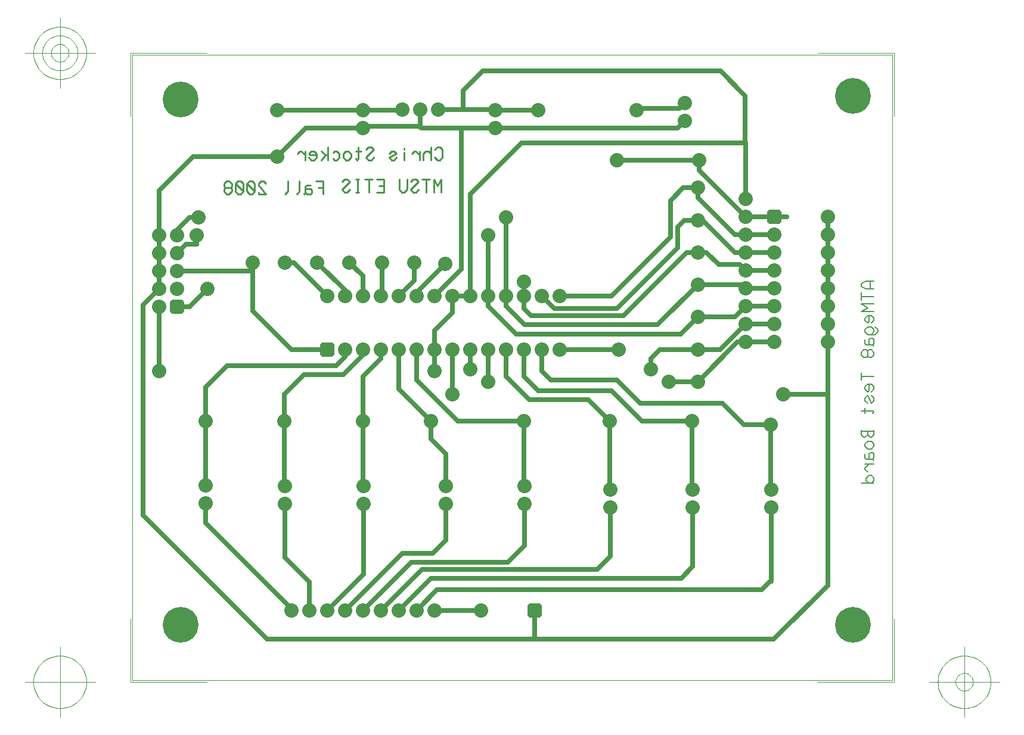
<source format=gbr>
G04 Generated by Ultiboard *
%FSLAX25Y25*%
%MOIN*%

%ADD10C,0.02500*%
%ADD11C,0.01111*%
%ADD12C,0.00667*%
%ADD13C,0.00394*%
%ADD14C,0.00004*%
%ADD15C,0.08000*%
%ADD16R,0.04083X0.04083*%
%ADD17C,0.03917*%
%ADD18R,0.04667X0.04667*%
%ADD19C,0.03333*%
%ADD20C,0.20000*%


G04 ColorRGB 0000FF for the following layer *
%LNCopper Bottom*%
%LPD*%
%FSLAX25Y25*%
%MOIN*%
G54D10*
X1000Y249000D02*
X10000Y258000D01*
X70400Y62000D02*
X1000Y131400D01*
X1000Y131400D02*
X1000Y249000D01*
X217000Y196000D02*
X250000Y196000D01*
X250000Y196000D02*
X262000Y184000D01*
X222000Y201000D02*
X263000Y201000D01*
X229000Y207000D02*
X266000Y207000D01*
X346942Y89500D02*
X165500Y89500D01*
X302100Y96150D02*
X162150Y96150D01*
X255000Y101000D02*
X157000Y101000D01*
X191000Y380000D02*
X324000Y380000D01*
X157250Y348000D02*
X300000Y348000D01*
X337168Y339700D02*
X212700Y339700D01*
X209685Y232565D02*
X301720Y232565D01*
X214600Y237850D02*
X288935Y237850D01*
X218000Y243000D02*
X269714Y243000D01*
X231000Y247000D02*
X266000Y247000D01*
X234000Y254000D02*
X263000Y254000D01*
X353850Y61850D02*
X216750Y61850D01*
X234000Y224000D02*
X267000Y224000D01*
X184000Y311000D02*
X184000Y254000D01*
X184000Y254000D02*
X174000Y254000D01*
X174000Y254000D02*
X174000Y244550D01*
X154000Y256000D02*
X154000Y254000D01*
X152692Y262692D02*
X144000Y254000D01*
X134621Y254621D02*
X134000Y254000D01*
X124000Y265256D02*
X124000Y254000D01*
X114000Y257185D02*
X114000Y254000D01*
X85296Y272704D02*
X104000Y254000D01*
X164000Y254000D02*
X179000Y269000D01*
X224000Y254000D02*
X231000Y247000D01*
X214000Y247000D02*
X214000Y262000D01*
X204000Y248450D02*
X204000Y298000D01*
X194000Y248250D02*
X194000Y287000D01*
X27000Y248000D02*
X36000Y257000D01*
X62340Y272704D02*
X62340Y245660D01*
X124000Y224000D02*
X124000Y221000D01*
X124000Y221000D02*
X113000Y210000D01*
X134000Y219000D02*
X124000Y209000D01*
X124000Y148000D02*
X124000Y209000D01*
X151000Y105000D02*
X124000Y78000D01*
X146000Y110000D02*
X114000Y78000D01*
X124442Y137558D02*
X124442Y98442D01*
X124442Y98442D02*
X104000Y78000D01*
X219268Y62000D02*
X70400Y62000D01*
X80442Y137558D02*
X80442Y107558D01*
X36000Y138000D02*
X36000Y127000D01*
X36000Y127000D02*
X84000Y79000D01*
X80442Y107558D02*
X94000Y94000D01*
X94000Y94000D02*
X94000Y78000D01*
X84000Y79000D02*
X84000Y78000D01*
X109000Y215000D02*
X48000Y215000D01*
X62340Y245660D02*
X84000Y224000D01*
X36000Y148000D02*
X36000Y203000D01*
X10000Y212000D02*
X10000Y248000D01*
X27000Y248000D02*
X20000Y248000D01*
X48000Y215000D02*
X36000Y203000D01*
X80000Y148000D02*
X80000Y199000D01*
X113000Y210000D02*
X91000Y210000D01*
X84000Y224000D02*
X104000Y224000D01*
X91000Y210000D02*
X80000Y199000D01*
X114000Y224000D02*
X114000Y220000D01*
X114000Y220000D02*
X109000Y215000D01*
X214442Y137558D02*
X214442Y114442D01*
X170442Y137558D02*
X170442Y117442D01*
X164000Y78000D02*
X190000Y78000D01*
X205000Y105000D02*
X151000Y105000D01*
X165500Y89500D02*
X154000Y78000D01*
X162150Y96150D02*
X144000Y78000D01*
X157000Y101000D02*
X134000Y78000D01*
X163000Y110000D02*
X146000Y110000D01*
X170442Y117442D02*
X163000Y110000D01*
X220000Y62732D02*
X219268Y62000D01*
X220000Y78000D02*
X220000Y62732D01*
X214442Y114442D02*
X205000Y105000D01*
X177050Y184000D02*
X214000Y184000D01*
X144000Y202000D02*
X162000Y184000D01*
X177050Y184000D02*
X154000Y207050D01*
X170442Y165558D02*
X170442Y147558D01*
X162000Y184000D02*
X162000Y174000D01*
X162000Y174000D02*
X170442Y165558D01*
X134000Y224000D02*
X134000Y219000D01*
X144000Y202000D02*
X144000Y224000D01*
X154000Y207050D02*
X154000Y224000D01*
X184000Y213000D02*
X184000Y224000D01*
X164000Y212000D02*
X164000Y234550D01*
X174000Y199000D02*
X174000Y224000D01*
X174000Y244550D02*
X164000Y234550D01*
X214000Y184000D02*
X214000Y148000D01*
X214000Y209000D02*
X222000Y201000D01*
X204000Y224000D02*
X204000Y209000D01*
X214000Y224000D02*
X214000Y209000D01*
X194000Y224000D02*
X194000Y206000D01*
X204000Y209000D02*
X217000Y196000D01*
X194000Y248250D02*
X209685Y232565D01*
X204000Y248450D02*
X214600Y237850D01*
X214000Y247000D02*
X218000Y243000D01*
X224000Y224000D02*
X224000Y212000D01*
X224000Y212000D02*
X229000Y207000D01*
X76000Y358000D02*
X146000Y358000D01*
X116551Y272704D02*
X124000Y265256D01*
X156250Y349000D02*
X125000Y349000D01*
X125000Y349000D02*
X124000Y348000D01*
X124000Y348000D02*
X92000Y348000D01*
X76000Y332000D02*
X29000Y332000D01*
X20000Y268000D02*
X61340Y268000D01*
X61340Y268000D02*
X62340Y267000D01*
X29000Y332000D02*
X10000Y313000D01*
X10000Y258000D02*
X10000Y313000D01*
X31000Y288000D02*
X31000Y283000D01*
X31000Y283000D02*
X25000Y283000D01*
X32000Y298000D02*
X27000Y298000D01*
X25000Y283000D02*
X20000Y278000D01*
X27000Y298000D02*
X20000Y291000D01*
X20000Y291000D02*
X20000Y288000D01*
X80410Y272704D02*
X85296Y272704D01*
X98481Y272704D02*
X114000Y257185D01*
X92000Y348000D02*
X76000Y332000D01*
X180000Y369000D02*
X191000Y380000D01*
X166250Y358250D02*
X197750Y358250D01*
X212700Y339700D02*
X184000Y311000D01*
X179000Y269000D02*
X179000Y347000D01*
X170000Y272000D02*
X154000Y256000D01*
X134621Y272704D02*
X134621Y254621D01*
X152692Y272704D02*
X152692Y262692D01*
X156250Y358250D02*
X156250Y348250D01*
X157250Y348000D02*
X156250Y349000D01*
X179000Y347000D02*
X180000Y348000D01*
X180000Y358250D02*
X180000Y369000D01*
X198000Y358000D02*
X222000Y358000D01*
X288935Y237850D02*
X311370Y260285D01*
X269714Y243000D02*
X305070Y278356D01*
X266000Y247000D02*
X300000Y281000D01*
X263000Y254000D02*
X296000Y287000D01*
X384074Y92074D02*
X384074Y298297D01*
X384074Y92074D02*
X353850Y61850D01*
X359000Y199000D02*
X384000Y199000D01*
X352442Y135558D02*
X352442Y94442D01*
X308442Y135558D02*
X308442Y102492D01*
X262442Y135558D02*
X262442Y108442D01*
X262442Y108442D02*
X255000Y101000D01*
X308442Y102492D02*
X302100Y96150D01*
X352442Y95000D02*
X346942Y89500D01*
X279000Y194000D02*
X325000Y194000D01*
X311370Y206074D02*
X333592Y228297D01*
X311370Y224145D02*
X323922Y224145D01*
X311370Y242215D02*
X331992Y242215D01*
X263000Y201000D02*
X280000Y184000D01*
X280000Y184000D02*
X308000Y184000D01*
X262000Y184000D02*
X262000Y146000D01*
X308000Y184000D02*
X308000Y146000D01*
X285000Y213000D02*
X285000Y219000D01*
X285000Y219000D02*
X290000Y224000D01*
X266000Y207000D02*
X279000Y194000D01*
X295000Y206000D02*
X311000Y206000D01*
X290000Y224000D02*
X311225Y224000D01*
X301720Y232565D02*
X311370Y242215D01*
X325000Y194000D02*
X337000Y182000D01*
X337000Y182000D02*
X352000Y182000D01*
X352000Y182000D02*
X352000Y146000D01*
X354074Y238297D02*
X338074Y238297D01*
X354074Y248297D02*
X338074Y248297D01*
X354074Y228297D02*
X333592Y228297D01*
X323922Y224145D02*
X338074Y238297D01*
X331992Y242215D02*
X338074Y248297D01*
X324000Y380000D02*
X337900Y366100D01*
X311370Y309001D02*
X332074Y288297D01*
X313945Y296426D02*
X332074Y278297D01*
X311370Y260285D02*
X336086Y260285D01*
X338074Y298297D02*
X312000Y324371D01*
X305070Y278356D02*
X316220Y278356D01*
X322970Y271606D02*
X316220Y278356D01*
X303820Y296426D02*
X313945Y296426D01*
X311370Y314496D02*
X311370Y309001D01*
X296000Y307376D02*
X303120Y314496D01*
X303120Y314496D02*
X311370Y314496D01*
X300000Y281000D02*
X300000Y292606D01*
X300000Y292606D02*
X303820Y296426D01*
X296000Y287000D02*
X296000Y307376D01*
X277118Y359118D02*
X301118Y359118D01*
X265000Y330000D02*
X312000Y330000D01*
X277118Y358000D02*
X277118Y359118D01*
X304000Y352000D02*
X300000Y348000D01*
X312000Y324371D02*
X312000Y330000D01*
X301118Y359118D02*
X304000Y362000D01*
X338074Y308297D02*
X338074Y339626D01*
X354074Y268297D02*
X338074Y268297D01*
X361024Y298297D02*
X338074Y298297D01*
X354074Y288297D02*
X332074Y288297D01*
X354074Y278297D02*
X332074Y278297D01*
X354074Y258297D02*
X338074Y258297D01*
X322970Y271606D02*
X334766Y271606D01*
X334766Y271606D02*
X338074Y268297D01*
X336086Y260285D02*
X338074Y258297D01*
X337900Y366100D02*
X337900Y340432D01*
X337900Y340432D02*
X337168Y339700D01*
G54D11*
X164222Y331571D02*
X165644Y330143D01*
X165644Y330143D02*
X167067Y330143D01*
X167067Y330143D02*
X168489Y331571D01*
X168489Y331571D02*
X168489Y335857D01*
X168489Y335857D02*
X167067Y337286D01*
X167067Y337286D02*
X165644Y337286D01*
X165644Y337286D02*
X164222Y335857D01*
X162089Y333714D02*
X160667Y335143D01*
X160667Y335143D02*
X159244Y335143D01*
X159244Y335143D02*
X157822Y333714D01*
X157822Y333714D02*
X157822Y330143D01*
X162089Y337286D02*
X162089Y330143D01*
X155689Y333000D02*
X153556Y335143D01*
X153556Y335143D02*
X152844Y335143D01*
X152844Y335143D02*
X151422Y333714D01*
X155689Y330143D02*
X155689Y335143D01*
X147156Y330143D02*
X147156Y334429D01*
X147156Y335857D02*
X147156Y336571D01*
X142889Y331571D02*
X141467Y330143D01*
X141467Y330143D02*
X140044Y330143D01*
X140044Y330143D02*
X138622Y331571D01*
X138622Y331571D02*
X142889Y333714D01*
X142889Y333714D02*
X141467Y335143D01*
X141467Y335143D02*
X140044Y335143D01*
X140044Y335143D02*
X138622Y333714D01*
X130089Y331571D02*
X128667Y330143D01*
X128667Y330143D02*
X127244Y330143D01*
X127244Y330143D02*
X125822Y331571D01*
X125822Y331571D02*
X130089Y335857D01*
X130089Y335857D02*
X128667Y337286D01*
X128667Y337286D02*
X127244Y337286D01*
X127244Y337286D02*
X125822Y335857D01*
X120133Y330857D02*
X120844Y330143D01*
X120844Y330143D02*
X121556Y330857D01*
X121556Y330857D02*
X121556Y337286D01*
X122978Y335143D02*
X120133Y335143D01*
X117289Y331571D02*
X115867Y330143D01*
X115867Y330143D02*
X114444Y330143D01*
X114444Y330143D02*
X113022Y331571D01*
X113022Y331571D02*
X113022Y333714D01*
X113022Y333714D02*
X114444Y335143D01*
X114444Y335143D02*
X115867Y335143D01*
X115867Y335143D02*
X117289Y333714D01*
X117289Y333714D02*
X117289Y331571D01*
X107333Y330857D02*
X108044Y330143D01*
X108044Y330143D02*
X109467Y330143D01*
X109467Y330143D02*
X110889Y331571D01*
X110889Y331571D02*
X110889Y333714D01*
X110889Y333714D02*
X109467Y335143D01*
X109467Y335143D02*
X108044Y335143D01*
X108044Y335143D02*
X107333Y334429D01*
X104489Y333000D02*
X103067Y333000D01*
X103067Y333000D02*
X100933Y335143D01*
X103067Y333000D02*
X100933Y330143D01*
X104489Y330143D02*
X104489Y337286D01*
X93822Y331571D02*
X95244Y330143D01*
X95244Y330143D02*
X96667Y330143D01*
X96667Y330143D02*
X98089Y331571D01*
X98089Y331571D02*
X98089Y333714D01*
X98089Y333714D02*
X96667Y335143D01*
X96667Y335143D02*
X95244Y335143D01*
X95244Y335143D02*
X93822Y333714D01*
X93822Y333714D02*
X94533Y333000D01*
X94533Y333000D02*
X98089Y333000D01*
X91689Y333000D02*
X89556Y335143D01*
X89556Y335143D02*
X88844Y335143D01*
X88844Y335143D02*
X87422Y333714D01*
X91689Y330143D02*
X91689Y335143D01*
X167889Y312143D02*
X167889Y319286D01*
X167889Y319286D02*
X165756Y315714D01*
X165756Y315714D02*
X163622Y319286D01*
X163622Y319286D02*
X163622Y312143D01*
X159356Y312143D02*
X159356Y319286D01*
X161489Y319286D02*
X157222Y319286D01*
X155089Y313571D02*
X153667Y312143D01*
X153667Y312143D02*
X152244Y312143D01*
X152244Y312143D02*
X150822Y313571D01*
X150822Y313571D02*
X155089Y317857D01*
X155089Y317857D02*
X153667Y319286D01*
X153667Y319286D02*
X152244Y319286D01*
X152244Y319286D02*
X150822Y317857D01*
X148689Y319286D02*
X148689Y313571D01*
X148689Y313571D02*
X147267Y312143D01*
X147267Y312143D02*
X145844Y312143D01*
X145844Y312143D02*
X144422Y313571D01*
X144422Y313571D02*
X144422Y319286D01*
X131622Y312143D02*
X135889Y312143D01*
X135889Y312143D02*
X135889Y315714D01*
X135889Y315714D02*
X135889Y319286D01*
X135889Y319286D02*
X131622Y319286D01*
X135889Y315714D02*
X133044Y315714D01*
X127356Y312143D02*
X127356Y319286D01*
X129489Y319286D02*
X125222Y319286D01*
X121667Y312143D02*
X120244Y312143D01*
X121667Y319286D02*
X120244Y319286D01*
X120956Y312143D02*
X120956Y319286D01*
X116689Y313571D02*
X115267Y312143D01*
X115267Y312143D02*
X113844Y312143D01*
X113844Y312143D02*
X112422Y313571D01*
X112422Y313571D02*
X116689Y317857D01*
X116689Y317857D02*
X115267Y319286D01*
X115267Y319286D02*
X113844Y319286D01*
X113844Y319286D02*
X112422Y317857D01*
X101889Y311143D02*
X101889Y318286D01*
X101889Y318286D02*
X97622Y318286D01*
X101889Y314714D02*
X99044Y314714D01*
X94778Y316143D02*
X92644Y316143D01*
X92644Y316143D02*
X91933Y315429D01*
X91933Y315429D02*
X91933Y311857D01*
X91933Y311857D02*
X92644Y311143D01*
X92644Y311143D02*
X94778Y311143D01*
X94778Y311143D02*
X95489Y311857D01*
X95489Y311857D02*
X95489Y313286D01*
X95489Y313286D02*
X94778Y314000D01*
X94778Y314000D02*
X91933Y314000D01*
X91933Y311857D02*
X91222Y311143D01*
X88378Y318286D02*
X88378Y312571D01*
X88378Y312571D02*
X86956Y311143D01*
X81978Y318286D02*
X81978Y312571D01*
X81978Y312571D02*
X80556Y311143D01*
X69889Y316857D02*
X68467Y318286D01*
X68467Y318286D02*
X67044Y318286D01*
X67044Y318286D02*
X65622Y316857D01*
X65622Y316857D02*
X65622Y316143D01*
X65622Y316143D02*
X69889Y311143D01*
X69889Y311143D02*
X65622Y311143D01*
X65622Y311143D02*
X65622Y311857D01*
X63489Y316857D02*
X62067Y318286D01*
X62067Y318286D02*
X60644Y318286D01*
X60644Y318286D02*
X59222Y316857D01*
X59222Y316857D02*
X59222Y312571D01*
X59222Y312571D02*
X60644Y311143D01*
X60644Y311143D02*
X62067Y311143D01*
X62067Y311143D02*
X63489Y312571D01*
X63489Y312571D02*
X63489Y316857D01*
X59222Y316857D02*
X63489Y312571D01*
X57089Y316857D02*
X55667Y318286D01*
X55667Y318286D02*
X54244Y318286D01*
X54244Y318286D02*
X52822Y316857D01*
X52822Y316857D02*
X52822Y312571D01*
X52822Y312571D02*
X54244Y311143D01*
X54244Y311143D02*
X55667Y311143D01*
X55667Y311143D02*
X57089Y312571D01*
X57089Y312571D02*
X57089Y316857D01*
X52822Y316857D02*
X57089Y312571D01*
X47844Y311143D02*
X49267Y311143D01*
X49267Y311143D02*
X50689Y312571D01*
X50689Y312571D02*
X50689Y314000D01*
X50689Y314000D02*
X49978Y314714D01*
X49978Y314714D02*
X50689Y315429D01*
X50689Y315429D02*
X50689Y316857D01*
X50689Y316857D02*
X49267Y318286D01*
X49267Y318286D02*
X47844Y318286D01*
X47844Y318286D02*
X46422Y316857D01*
X46422Y316857D02*
X46422Y315429D01*
X46422Y315429D02*
X47133Y314714D01*
X47133Y314714D02*
X46422Y314000D01*
X46422Y314000D02*
X46422Y312571D01*
X46422Y312571D02*
X47844Y311143D01*
X49978Y314714D02*
X47133Y314714D01*
G54D12*
X409857Y262289D02*
X405571Y262289D01*
X405571Y262289D02*
X402714Y260867D01*
X402714Y260867D02*
X402714Y259444D01*
X402714Y259444D02*
X405571Y258022D01*
X405571Y258022D02*
X409857Y258022D01*
X407714Y262289D02*
X407714Y258022D01*
X409857Y253756D02*
X402714Y253756D01*
X402714Y255889D02*
X402714Y251622D01*
X409857Y249489D02*
X402714Y249489D01*
X402714Y249489D02*
X406286Y247356D01*
X406286Y247356D02*
X402714Y245222D01*
X402714Y245222D02*
X409857Y245222D01*
X408429Y238822D02*
X409857Y240244D01*
X409857Y240244D02*
X409857Y241667D01*
X409857Y241667D02*
X408429Y243089D01*
X408429Y243089D02*
X406286Y243089D01*
X406286Y243089D02*
X404857Y241667D01*
X404857Y241667D02*
X404857Y240244D01*
X404857Y240244D02*
X406286Y238822D01*
X406286Y238822D02*
X407000Y239533D01*
X407000Y239533D02*
X407000Y243089D01*
X410571Y236689D02*
X412000Y235267D01*
X412000Y235267D02*
X412000Y233844D01*
X412000Y233844D02*
X410571Y232422D01*
X410571Y232422D02*
X408429Y232422D01*
X408429Y232422D02*
X406286Y232422D01*
X406286Y232422D02*
X404857Y233844D01*
X404857Y233844D02*
X404857Y235267D01*
X404857Y235267D02*
X406286Y236689D01*
X406286Y236689D02*
X408429Y236689D01*
X408429Y236689D02*
X409857Y235267D01*
X409857Y235267D02*
X409857Y233844D01*
X409857Y233844D02*
X408429Y232422D01*
X404857Y229578D02*
X404857Y227444D01*
X404857Y227444D02*
X405571Y226733D01*
X405571Y226733D02*
X409143Y226733D01*
X409143Y226733D02*
X409857Y227444D01*
X409857Y227444D02*
X409857Y229578D01*
X409857Y229578D02*
X409143Y230289D01*
X409143Y230289D02*
X407714Y230289D01*
X407714Y230289D02*
X407000Y229578D01*
X407000Y229578D02*
X407000Y226733D01*
X409143Y226733D02*
X409857Y226022D01*
X409857Y221044D02*
X409857Y222467D01*
X409857Y222467D02*
X408429Y223889D01*
X408429Y223889D02*
X407000Y223889D01*
X407000Y223889D02*
X406286Y223178D01*
X406286Y223178D02*
X405571Y223889D01*
X405571Y223889D02*
X404143Y223889D01*
X404143Y223889D02*
X402714Y222467D01*
X402714Y222467D02*
X402714Y221044D01*
X402714Y221044D02*
X404143Y219622D01*
X404143Y219622D02*
X405571Y219622D01*
X405571Y219622D02*
X406286Y220333D01*
X406286Y220333D02*
X407000Y219622D01*
X407000Y219622D02*
X408429Y219622D01*
X408429Y219622D02*
X409857Y221044D01*
X406286Y223178D02*
X406286Y220333D01*
X409857Y208956D02*
X402714Y208956D01*
X402714Y211089D02*
X402714Y206822D01*
X408429Y200422D02*
X409857Y201844D01*
X409857Y201844D02*
X409857Y203267D01*
X409857Y203267D02*
X408429Y204689D01*
X408429Y204689D02*
X406286Y204689D01*
X406286Y204689D02*
X404857Y203267D01*
X404857Y203267D02*
X404857Y201844D01*
X404857Y201844D02*
X406286Y200422D01*
X406286Y200422D02*
X407000Y201133D01*
X407000Y201133D02*
X407000Y204689D01*
X408429Y198289D02*
X409857Y196867D01*
X409857Y196867D02*
X409857Y195444D01*
X409857Y195444D02*
X408429Y194022D01*
X408429Y194022D02*
X406286Y198289D01*
X406286Y198289D02*
X404857Y196867D01*
X404857Y196867D02*
X404857Y195444D01*
X404857Y195444D02*
X406286Y194022D01*
X409143Y188333D02*
X409857Y189044D01*
X409857Y189044D02*
X409143Y189756D01*
X409143Y189756D02*
X402714Y189756D01*
X404857Y191178D02*
X404857Y188333D01*
X409857Y179089D02*
X409857Y176244D01*
X409857Y176244D02*
X408429Y174822D01*
X408429Y174822D02*
X407714Y174822D01*
X407714Y174822D02*
X406286Y176244D01*
X406286Y176244D02*
X404857Y174822D01*
X404857Y174822D02*
X404143Y174822D01*
X404143Y174822D02*
X402714Y176244D01*
X402714Y176244D02*
X402714Y178378D01*
X402714Y178378D02*
X402714Y179089D01*
X406286Y178378D02*
X406286Y176244D01*
X402714Y178378D02*
X409857Y178378D01*
X408429Y172689D02*
X409857Y171267D01*
X409857Y171267D02*
X409857Y169844D01*
X409857Y169844D02*
X408429Y168422D01*
X408429Y168422D02*
X406286Y168422D01*
X406286Y168422D02*
X404857Y169844D01*
X404857Y169844D02*
X404857Y171267D01*
X404857Y171267D02*
X406286Y172689D01*
X406286Y172689D02*
X408429Y172689D01*
X404857Y165578D02*
X404857Y163444D01*
X404857Y163444D02*
X405571Y162733D01*
X405571Y162733D02*
X409143Y162733D01*
X409143Y162733D02*
X409857Y163444D01*
X409857Y163444D02*
X409857Y165578D01*
X409857Y165578D02*
X409143Y166289D01*
X409143Y166289D02*
X407714Y166289D01*
X407714Y166289D02*
X407000Y165578D01*
X407000Y165578D02*
X407000Y162733D01*
X409143Y162733D02*
X409857Y162022D01*
X407000Y159889D02*
X404857Y157756D01*
X404857Y157756D02*
X404857Y157044D01*
X404857Y157044D02*
X406286Y155622D01*
X409857Y159889D02*
X404857Y159889D01*
X408429Y149222D02*
X409857Y150644D01*
X409857Y150644D02*
X409857Y152067D01*
X409857Y152067D02*
X408429Y153489D01*
X408429Y153489D02*
X407000Y153489D01*
X407000Y153489D02*
X405571Y152067D01*
X405571Y152067D02*
X405571Y150644D01*
X405571Y150644D02*
X407000Y149222D01*
X402714Y149222D02*
X409857Y149222D01*
G54D13*
X-6000Y38000D02*
X-6000Y73200D01*
X-6000Y38000D02*
X36700Y38000D01*
X421000Y38000D02*
X378300Y38000D01*
X421000Y38000D02*
X421000Y73200D01*
X421000Y390000D02*
X421000Y354800D01*
X421000Y390000D02*
X378300Y390000D01*
X-6000Y390000D02*
X36700Y390000D01*
X-6000Y390000D02*
X-6000Y354800D01*
X-25685Y38000D02*
X-65055Y38000D01*
X-45370Y18315D02*
X-45370Y57685D01*
X-30606Y38000D02*
X-30677Y39447D01*
X-30677Y39447D02*
X-30890Y40880D01*
X-30890Y40880D02*
X-31242Y42286D01*
X-31242Y42286D02*
X-31730Y43650D01*
X-31730Y43650D02*
X-32350Y44960D01*
X-32350Y44960D02*
X-33094Y46202D01*
X-33094Y46202D02*
X-33958Y47366D01*
X-33958Y47366D02*
X-34931Y48440D01*
X-34931Y48440D02*
X-36004Y49413D01*
X-36004Y49413D02*
X-37168Y50276D01*
X-37168Y50276D02*
X-38410Y51020D01*
X-38410Y51020D02*
X-39720Y51640D01*
X-39720Y51640D02*
X-41084Y52128D01*
X-41084Y52128D02*
X-42490Y52480D01*
X-42490Y52480D02*
X-43923Y52693D01*
X-43923Y52693D02*
X-45370Y52764D01*
X-45370Y52764D02*
X-46817Y52693D01*
X-46817Y52693D02*
X-48250Y52480D01*
X-48250Y52480D02*
X-49656Y52128D01*
X-49656Y52128D02*
X-51020Y51640D01*
X-51020Y51640D02*
X-52330Y51020D01*
X-52330Y51020D02*
X-53572Y50276D01*
X-53572Y50276D02*
X-54736Y49413D01*
X-54736Y49413D02*
X-55810Y48440D01*
X-55810Y48440D02*
X-56783Y47366D01*
X-56783Y47366D02*
X-57646Y46202D01*
X-57646Y46202D02*
X-58391Y44960D01*
X-58391Y44960D02*
X-59010Y43650D01*
X-59010Y43650D02*
X-59498Y42286D01*
X-59498Y42286D02*
X-59850Y40880D01*
X-59850Y40880D02*
X-60063Y39447D01*
X-60063Y39447D02*
X-60134Y38000D01*
X-60134Y38000D02*
X-60063Y36553D01*
X-60063Y36553D02*
X-59850Y35120D01*
X-59850Y35120D02*
X-59498Y33714D01*
X-59498Y33714D02*
X-59010Y32350D01*
X-59010Y32350D02*
X-58391Y31040D01*
X-58391Y31040D02*
X-57646Y29798D01*
X-57646Y29798D02*
X-56783Y28634D01*
X-56783Y28634D02*
X-55810Y27560D01*
X-55810Y27560D02*
X-54736Y26587D01*
X-54736Y26587D02*
X-53572Y25724D01*
X-53572Y25724D02*
X-52330Y24980D01*
X-52330Y24980D02*
X-51020Y24360D01*
X-51020Y24360D02*
X-49656Y23872D01*
X-49656Y23872D02*
X-48250Y23520D01*
X-48250Y23520D02*
X-46817Y23307D01*
X-46817Y23307D02*
X-45370Y23236D01*
X-45370Y23236D02*
X-43923Y23307D01*
X-43923Y23307D02*
X-42490Y23520D01*
X-42490Y23520D02*
X-41084Y23872D01*
X-41084Y23872D02*
X-39720Y24360D01*
X-39720Y24360D02*
X-38410Y24980D01*
X-38410Y24980D02*
X-37168Y25724D01*
X-37168Y25724D02*
X-36004Y26587D01*
X-36004Y26587D02*
X-34931Y27560D01*
X-34931Y27560D02*
X-33958Y28634D01*
X-33958Y28634D02*
X-33094Y29798D01*
X-33094Y29798D02*
X-32350Y31040D01*
X-32350Y31040D02*
X-31730Y32350D01*
X-31730Y32350D02*
X-31242Y33714D01*
X-31242Y33714D02*
X-30890Y35120D01*
X-30890Y35120D02*
X-30677Y36553D01*
X-30677Y36553D02*
X-30606Y38000D01*
X440685Y38000D02*
X480055Y38000D01*
X460370Y18315D02*
X460370Y57685D01*
X475134Y38000D02*
X475063Y39447D01*
X475063Y39447D02*
X474850Y40880D01*
X474850Y40880D02*
X474498Y42286D01*
X474498Y42286D02*
X474010Y43650D01*
X474010Y43650D02*
X473391Y44960D01*
X473391Y44960D02*
X472646Y46202D01*
X472646Y46202D02*
X471783Y47366D01*
X471783Y47366D02*
X470810Y48440D01*
X470810Y48440D02*
X469736Y49413D01*
X469736Y49413D02*
X468572Y50276D01*
X468572Y50276D02*
X467330Y51020D01*
X467330Y51020D02*
X466020Y51640D01*
X466020Y51640D02*
X464656Y52128D01*
X464656Y52128D02*
X463250Y52480D01*
X463250Y52480D02*
X461817Y52693D01*
X461817Y52693D02*
X460370Y52764D01*
X460370Y52764D02*
X458923Y52693D01*
X458923Y52693D02*
X457490Y52480D01*
X457490Y52480D02*
X456084Y52128D01*
X456084Y52128D02*
X454720Y51640D01*
X454720Y51640D02*
X453410Y51020D01*
X453410Y51020D02*
X452168Y50276D01*
X452168Y50276D02*
X451004Y49413D01*
X451004Y49413D02*
X449931Y48440D01*
X449931Y48440D02*
X448958Y47366D01*
X448958Y47366D02*
X448094Y46202D01*
X448094Y46202D02*
X447350Y44960D01*
X447350Y44960D02*
X446730Y43650D01*
X446730Y43650D02*
X446242Y42286D01*
X446242Y42286D02*
X445890Y40880D01*
X445890Y40880D02*
X445677Y39447D01*
X445677Y39447D02*
X445606Y38000D01*
X445606Y38000D02*
X445677Y36553D01*
X445677Y36553D02*
X445890Y35120D01*
X445890Y35120D02*
X446242Y33714D01*
X446242Y33714D02*
X446730Y32350D01*
X446730Y32350D02*
X447350Y31040D01*
X447350Y31040D02*
X448094Y29798D01*
X448094Y29798D02*
X448958Y28634D01*
X448958Y28634D02*
X449931Y27560D01*
X449931Y27560D02*
X451004Y26587D01*
X451004Y26587D02*
X452168Y25724D01*
X452168Y25724D02*
X453410Y24980D01*
X453410Y24980D02*
X454720Y24360D01*
X454720Y24360D02*
X456084Y23872D01*
X456084Y23872D02*
X457490Y23520D01*
X457490Y23520D02*
X458923Y23307D01*
X458923Y23307D02*
X460370Y23236D01*
X460370Y23236D02*
X461817Y23307D01*
X461817Y23307D02*
X463250Y23520D01*
X463250Y23520D02*
X464656Y23872D01*
X464656Y23872D02*
X466020Y24360D01*
X466020Y24360D02*
X467330Y24980D01*
X467330Y24980D02*
X468572Y25724D01*
X468572Y25724D02*
X469736Y26587D01*
X469736Y26587D02*
X470810Y27560D01*
X470810Y27560D02*
X471783Y28634D01*
X471783Y28634D02*
X472646Y29798D01*
X472646Y29798D02*
X473391Y31040D01*
X473391Y31040D02*
X474010Y32350D01*
X474010Y32350D02*
X474498Y33714D01*
X474498Y33714D02*
X474850Y35120D01*
X474850Y35120D02*
X475063Y36553D01*
X475063Y36553D02*
X475134Y38000D01*
X465291Y38000D02*
X465268Y38482D01*
X465268Y38482D02*
X465197Y38960D01*
X465197Y38960D02*
X465079Y39429D01*
X465079Y39429D02*
X464917Y39883D01*
X464917Y39883D02*
X464710Y40320D01*
X464710Y40320D02*
X464462Y40734D01*
X464462Y40734D02*
X464174Y41122D01*
X464174Y41122D02*
X463850Y41480D01*
X463850Y41480D02*
X463492Y41804D01*
X463492Y41804D02*
X463104Y42092D01*
X463104Y42092D02*
X462690Y42340D01*
X462690Y42340D02*
X462253Y42547D01*
X462253Y42547D02*
X461799Y42709D01*
X461799Y42709D02*
X461330Y42827D01*
X461330Y42827D02*
X460852Y42898D01*
X460852Y42898D02*
X460370Y42921D01*
X460370Y42921D02*
X459888Y42898D01*
X459888Y42898D02*
X459410Y42827D01*
X459410Y42827D02*
X458942Y42709D01*
X458942Y42709D02*
X458487Y42547D01*
X458487Y42547D02*
X458050Y42340D01*
X458050Y42340D02*
X457636Y42092D01*
X457636Y42092D02*
X457248Y41804D01*
X457248Y41804D02*
X456890Y41480D01*
X456890Y41480D02*
X456566Y41122D01*
X456566Y41122D02*
X456278Y40734D01*
X456278Y40734D02*
X456030Y40320D01*
X456030Y40320D02*
X455823Y39883D01*
X455823Y39883D02*
X455661Y39429D01*
X455661Y39429D02*
X455543Y38960D01*
X455543Y38960D02*
X455473Y38482D01*
X455473Y38482D02*
X455449Y38000D01*
X455449Y38000D02*
X455473Y37518D01*
X455473Y37518D02*
X455543Y37040D01*
X455543Y37040D02*
X455661Y36571D01*
X455661Y36571D02*
X455823Y36117D01*
X455823Y36117D02*
X456030Y35680D01*
X456030Y35680D02*
X456278Y35266D01*
X456278Y35266D02*
X456566Y34878D01*
X456566Y34878D02*
X456890Y34520D01*
X456890Y34520D02*
X457248Y34196D01*
X457248Y34196D02*
X457636Y33908D01*
X457636Y33908D02*
X458050Y33660D01*
X458050Y33660D02*
X458487Y33453D01*
X458487Y33453D02*
X458942Y33291D01*
X458942Y33291D02*
X459410Y33173D01*
X459410Y33173D02*
X459888Y33102D01*
X459888Y33102D02*
X460370Y33079D01*
X460370Y33079D02*
X460852Y33102D01*
X460852Y33102D02*
X461330Y33173D01*
X461330Y33173D02*
X461799Y33291D01*
X461799Y33291D02*
X462253Y33453D01*
X462253Y33453D02*
X462690Y33660D01*
X462690Y33660D02*
X463104Y33908D01*
X463104Y33908D02*
X463492Y34196D01*
X463492Y34196D02*
X463850Y34520D01*
X463850Y34520D02*
X464174Y34878D01*
X464174Y34878D02*
X464462Y35266D01*
X464462Y35266D02*
X464710Y35680D01*
X464710Y35680D02*
X464917Y36117D01*
X464917Y36117D02*
X465079Y36571D01*
X465079Y36571D02*
X465197Y37040D01*
X465197Y37040D02*
X465268Y37518D01*
X465268Y37518D02*
X465291Y38000D01*
X-25685Y390000D02*
X-65055Y390000D01*
X-45370Y370315D02*
X-45370Y409685D01*
X-30606Y390000D02*
X-30677Y391447D01*
X-30677Y391447D02*
X-30890Y392880D01*
X-30890Y392880D02*
X-31242Y394286D01*
X-31242Y394286D02*
X-31730Y395650D01*
X-31730Y395650D02*
X-32350Y396960D01*
X-32350Y396960D02*
X-33094Y398202D01*
X-33094Y398202D02*
X-33958Y399366D01*
X-33958Y399366D02*
X-34931Y400440D01*
X-34931Y400440D02*
X-36004Y401413D01*
X-36004Y401413D02*
X-37168Y402276D01*
X-37168Y402276D02*
X-38410Y403020D01*
X-38410Y403020D02*
X-39720Y403640D01*
X-39720Y403640D02*
X-41084Y404128D01*
X-41084Y404128D02*
X-42490Y404480D01*
X-42490Y404480D02*
X-43923Y404693D01*
X-43923Y404693D02*
X-45370Y404764D01*
X-45370Y404764D02*
X-46817Y404693D01*
X-46817Y404693D02*
X-48250Y404480D01*
X-48250Y404480D02*
X-49656Y404128D01*
X-49656Y404128D02*
X-51020Y403640D01*
X-51020Y403640D02*
X-52330Y403020D01*
X-52330Y403020D02*
X-53572Y402276D01*
X-53572Y402276D02*
X-54736Y401413D01*
X-54736Y401413D02*
X-55810Y400440D01*
X-55810Y400440D02*
X-56783Y399366D01*
X-56783Y399366D02*
X-57646Y398202D01*
X-57646Y398202D02*
X-58391Y396960D01*
X-58391Y396960D02*
X-59010Y395650D01*
X-59010Y395650D02*
X-59498Y394286D01*
X-59498Y394286D02*
X-59850Y392880D01*
X-59850Y392880D02*
X-60063Y391447D01*
X-60063Y391447D02*
X-60134Y390000D01*
X-60134Y390000D02*
X-60063Y388553D01*
X-60063Y388553D02*
X-59850Y387120D01*
X-59850Y387120D02*
X-59498Y385714D01*
X-59498Y385714D02*
X-59010Y384350D01*
X-59010Y384350D02*
X-58391Y383040D01*
X-58391Y383040D02*
X-57646Y381798D01*
X-57646Y381798D02*
X-56783Y380634D01*
X-56783Y380634D02*
X-55810Y379560D01*
X-55810Y379560D02*
X-54736Y378587D01*
X-54736Y378587D02*
X-53572Y377724D01*
X-53572Y377724D02*
X-52330Y376980D01*
X-52330Y376980D02*
X-51020Y376360D01*
X-51020Y376360D02*
X-49656Y375872D01*
X-49656Y375872D02*
X-48250Y375520D01*
X-48250Y375520D02*
X-46817Y375307D01*
X-46817Y375307D02*
X-45370Y375236D01*
X-45370Y375236D02*
X-43923Y375307D01*
X-43923Y375307D02*
X-42490Y375520D01*
X-42490Y375520D02*
X-41084Y375872D01*
X-41084Y375872D02*
X-39720Y376360D01*
X-39720Y376360D02*
X-38410Y376980D01*
X-38410Y376980D02*
X-37168Y377724D01*
X-37168Y377724D02*
X-36004Y378587D01*
X-36004Y378587D02*
X-34931Y379560D01*
X-34931Y379560D02*
X-33958Y380634D01*
X-33958Y380634D02*
X-33094Y381798D01*
X-33094Y381798D02*
X-32350Y383040D01*
X-32350Y383040D02*
X-31730Y384350D01*
X-31730Y384350D02*
X-31242Y385714D01*
X-31242Y385714D02*
X-30890Y387120D01*
X-30890Y387120D02*
X-30677Y388553D01*
X-30677Y388553D02*
X-30606Y390000D01*
X-35528Y390000D02*
X-35575Y390965D01*
X-35575Y390965D02*
X-35717Y391920D01*
X-35717Y391920D02*
X-35951Y392857D01*
X-35951Y392857D02*
X-36277Y393767D01*
X-36277Y393767D02*
X-36690Y394640D01*
X-36690Y394640D02*
X-37186Y395468D01*
X-37186Y395468D02*
X-37762Y396244D01*
X-37762Y396244D02*
X-38410Y396960D01*
X-38410Y396960D02*
X-39126Y397608D01*
X-39126Y397608D02*
X-39902Y398184D01*
X-39902Y398184D02*
X-40730Y398680D01*
X-40730Y398680D02*
X-41604Y399093D01*
X-41604Y399093D02*
X-42513Y399419D01*
X-42513Y399419D02*
X-43450Y399653D01*
X-43450Y399653D02*
X-44405Y399795D01*
X-44405Y399795D02*
X-45370Y399843D01*
X-45370Y399843D02*
X-46335Y399795D01*
X-46335Y399795D02*
X-47290Y399653D01*
X-47290Y399653D02*
X-48227Y399419D01*
X-48227Y399419D02*
X-49137Y399093D01*
X-49137Y399093D02*
X-50010Y398680D01*
X-50010Y398680D02*
X-50838Y398184D01*
X-50838Y398184D02*
X-51614Y397608D01*
X-51614Y397608D02*
X-52330Y396960D01*
X-52330Y396960D02*
X-52978Y396244D01*
X-52978Y396244D02*
X-53554Y395468D01*
X-53554Y395468D02*
X-54050Y394640D01*
X-54050Y394640D02*
X-54463Y393767D01*
X-54463Y393767D02*
X-54789Y392857D01*
X-54789Y392857D02*
X-55023Y391920D01*
X-55023Y391920D02*
X-55165Y390965D01*
X-55165Y390965D02*
X-55213Y390000D01*
X-55213Y390000D02*
X-55165Y389035D01*
X-55165Y389035D02*
X-55023Y388080D01*
X-55023Y388080D02*
X-54789Y387143D01*
X-54789Y387143D02*
X-54463Y386233D01*
X-54463Y386233D02*
X-54050Y385360D01*
X-54050Y385360D02*
X-53554Y384532D01*
X-53554Y384532D02*
X-52978Y383756D01*
X-52978Y383756D02*
X-52330Y383040D01*
X-52330Y383040D02*
X-51614Y382392D01*
X-51614Y382392D02*
X-50838Y381816D01*
X-50838Y381816D02*
X-50010Y381320D01*
X-50010Y381320D02*
X-49137Y380907D01*
X-49137Y380907D02*
X-48227Y380581D01*
X-48227Y380581D02*
X-47290Y380347D01*
X-47290Y380347D02*
X-46335Y380205D01*
X-46335Y380205D02*
X-45370Y380157D01*
X-45370Y380157D02*
X-44405Y380205D01*
X-44405Y380205D02*
X-43450Y380347D01*
X-43450Y380347D02*
X-42513Y380581D01*
X-42513Y380581D02*
X-41604Y380907D01*
X-41604Y380907D02*
X-40730Y381320D01*
X-40730Y381320D02*
X-39902Y381816D01*
X-39902Y381816D02*
X-39126Y382392D01*
X-39126Y382392D02*
X-38410Y383040D01*
X-38410Y383040D02*
X-37762Y383756D01*
X-37762Y383756D02*
X-37186Y384532D01*
X-37186Y384532D02*
X-36690Y385360D01*
X-36690Y385360D02*
X-36277Y386233D01*
X-36277Y386233D02*
X-35951Y387143D01*
X-35951Y387143D02*
X-35717Y388080D01*
X-35717Y388080D02*
X-35575Y389035D01*
X-35575Y389035D02*
X-35528Y390000D01*
X-40449Y390000D02*
X-40473Y390482D01*
X-40473Y390482D02*
X-40543Y390960D01*
X-40543Y390960D02*
X-40661Y391429D01*
X-40661Y391429D02*
X-40823Y391883D01*
X-40823Y391883D02*
X-41030Y392320D01*
X-41030Y392320D02*
X-41278Y392734D01*
X-41278Y392734D02*
X-41566Y393122D01*
X-41566Y393122D02*
X-41890Y393480D01*
X-41890Y393480D02*
X-42248Y393804D01*
X-42248Y393804D02*
X-42636Y394092D01*
X-42636Y394092D02*
X-43050Y394340D01*
X-43050Y394340D02*
X-43487Y394547D01*
X-43487Y394547D02*
X-43942Y394709D01*
X-43942Y394709D02*
X-44410Y394827D01*
X-44410Y394827D02*
X-44888Y394898D01*
X-44888Y394898D02*
X-45370Y394921D01*
X-45370Y394921D02*
X-45852Y394898D01*
X-45852Y394898D02*
X-46330Y394827D01*
X-46330Y394827D02*
X-46799Y394709D01*
X-46799Y394709D02*
X-47253Y394547D01*
X-47253Y394547D02*
X-47690Y394340D01*
X-47690Y394340D02*
X-48104Y394092D01*
X-48104Y394092D02*
X-48492Y393804D01*
X-48492Y393804D02*
X-48850Y393480D01*
X-48850Y393480D02*
X-49174Y393122D01*
X-49174Y393122D02*
X-49462Y392734D01*
X-49462Y392734D02*
X-49710Y392320D01*
X-49710Y392320D02*
X-49917Y391883D01*
X-49917Y391883D02*
X-50079Y391429D01*
X-50079Y391429D02*
X-50197Y390960D01*
X-50197Y390960D02*
X-50268Y390482D01*
X-50268Y390482D02*
X-50291Y390000D01*
X-50291Y390000D02*
X-50268Y389518D01*
X-50268Y389518D02*
X-50197Y389040D01*
X-50197Y389040D02*
X-50079Y388571D01*
X-50079Y388571D02*
X-49917Y388117D01*
X-49917Y388117D02*
X-49710Y387680D01*
X-49710Y387680D02*
X-49462Y387266D01*
X-49462Y387266D02*
X-49174Y386878D01*
X-49174Y386878D02*
X-48850Y386520D01*
X-48850Y386520D02*
X-48492Y386196D01*
X-48492Y386196D02*
X-48104Y385908D01*
X-48104Y385908D02*
X-47690Y385660D01*
X-47690Y385660D02*
X-47253Y385453D01*
X-47253Y385453D02*
X-46799Y385291D01*
X-46799Y385291D02*
X-46330Y385173D01*
X-46330Y385173D02*
X-45852Y385102D01*
X-45852Y385102D02*
X-45370Y385079D01*
X-45370Y385079D02*
X-44888Y385102D01*
X-44888Y385102D02*
X-44410Y385173D01*
X-44410Y385173D02*
X-43942Y385291D01*
X-43942Y385291D02*
X-43487Y385453D01*
X-43487Y385453D02*
X-43050Y385660D01*
X-43050Y385660D02*
X-42636Y385908D01*
X-42636Y385908D02*
X-42248Y386196D01*
X-42248Y386196D02*
X-41890Y386520D01*
X-41890Y386520D02*
X-41566Y386878D01*
X-41566Y386878D02*
X-41278Y387266D01*
X-41278Y387266D02*
X-41030Y387680D01*
X-41030Y387680D02*
X-40823Y388117D01*
X-40823Y388117D02*
X-40661Y388571D01*
X-40661Y388571D02*
X-40543Y389040D01*
X-40543Y389040D02*
X-40473Y389518D01*
X-40473Y389518D02*
X-40449Y390000D01*
X-6000Y38000D02*
X-6000Y73200D01*
X-6000Y38000D02*
X36700Y38000D01*
X421000Y38000D02*
X378300Y38000D01*
X421000Y38000D02*
X421000Y73200D01*
X421000Y390000D02*
X421000Y354800D01*
X421000Y390000D02*
X378300Y390000D01*
X-6000Y390000D02*
X36700Y390000D01*
X-6000Y390000D02*
X-6000Y354800D01*
X-25685Y38000D02*
X-65055Y38000D01*
X-45370Y18315D02*
X-45370Y57685D01*
X-30606Y38000D02*
X-30677Y39447D01*
X-30677Y39447D02*
X-30890Y40880D01*
X-30890Y40880D02*
X-31242Y42286D01*
X-31242Y42286D02*
X-31730Y43650D01*
X-31730Y43650D02*
X-32350Y44960D01*
X-32350Y44960D02*
X-33094Y46202D01*
X-33094Y46202D02*
X-33958Y47366D01*
X-33958Y47366D02*
X-34931Y48440D01*
X-34931Y48440D02*
X-36004Y49413D01*
X-36004Y49413D02*
X-37168Y50276D01*
X-37168Y50276D02*
X-38410Y51020D01*
X-38410Y51020D02*
X-39720Y51640D01*
X-39720Y51640D02*
X-41084Y52128D01*
X-41084Y52128D02*
X-42490Y52480D01*
X-42490Y52480D02*
X-43923Y52693D01*
X-43923Y52693D02*
X-45370Y52764D01*
X-45370Y52764D02*
X-46817Y52693D01*
X-46817Y52693D02*
X-48250Y52480D01*
X-48250Y52480D02*
X-49656Y52128D01*
X-49656Y52128D02*
X-51020Y51640D01*
X-51020Y51640D02*
X-52330Y51020D01*
X-52330Y51020D02*
X-53572Y50276D01*
X-53572Y50276D02*
X-54736Y49413D01*
X-54736Y49413D02*
X-55810Y48440D01*
X-55810Y48440D02*
X-56783Y47366D01*
X-56783Y47366D02*
X-57646Y46202D01*
X-57646Y46202D02*
X-58391Y44960D01*
X-58391Y44960D02*
X-59010Y43650D01*
X-59010Y43650D02*
X-59498Y42286D01*
X-59498Y42286D02*
X-59850Y40880D01*
X-59850Y40880D02*
X-60063Y39447D01*
X-60063Y39447D02*
X-60134Y38000D01*
X-60134Y38000D02*
X-60063Y36553D01*
X-60063Y36553D02*
X-59850Y35120D01*
X-59850Y35120D02*
X-59498Y33714D01*
X-59498Y33714D02*
X-59010Y32350D01*
X-59010Y32350D02*
X-58391Y31040D01*
X-58391Y31040D02*
X-57646Y29798D01*
X-57646Y29798D02*
X-56783Y28634D01*
X-56783Y28634D02*
X-55810Y27560D01*
X-55810Y27560D02*
X-54736Y26587D01*
X-54736Y26587D02*
X-53572Y25724D01*
X-53572Y25724D02*
X-52330Y24980D01*
X-52330Y24980D02*
X-51020Y24360D01*
X-51020Y24360D02*
X-49656Y23872D01*
X-49656Y23872D02*
X-48250Y23520D01*
X-48250Y23520D02*
X-46817Y23307D01*
X-46817Y23307D02*
X-45370Y23236D01*
X-45370Y23236D02*
X-43923Y23307D01*
X-43923Y23307D02*
X-42490Y23520D01*
X-42490Y23520D02*
X-41084Y23872D01*
X-41084Y23872D02*
X-39720Y24360D01*
X-39720Y24360D02*
X-38410Y24980D01*
X-38410Y24980D02*
X-37168Y25724D01*
X-37168Y25724D02*
X-36004Y26587D01*
X-36004Y26587D02*
X-34931Y27560D01*
X-34931Y27560D02*
X-33958Y28634D01*
X-33958Y28634D02*
X-33094Y29798D01*
X-33094Y29798D02*
X-32350Y31040D01*
X-32350Y31040D02*
X-31730Y32350D01*
X-31730Y32350D02*
X-31242Y33714D01*
X-31242Y33714D02*
X-30890Y35120D01*
X-30890Y35120D02*
X-30677Y36553D01*
X-30677Y36553D02*
X-30606Y38000D01*
X440685Y38000D02*
X480055Y38000D01*
X460370Y18315D02*
X460370Y57685D01*
X475134Y38000D02*
X475063Y39447D01*
X475063Y39447D02*
X474850Y40880D01*
X474850Y40880D02*
X474498Y42286D01*
X474498Y42286D02*
X474010Y43650D01*
X474010Y43650D02*
X473391Y44960D01*
X473391Y44960D02*
X472646Y46202D01*
X472646Y46202D02*
X471783Y47366D01*
X471783Y47366D02*
X470810Y48440D01*
X470810Y48440D02*
X469736Y49413D01*
X469736Y49413D02*
X468572Y50276D01*
X468572Y50276D02*
X467330Y51020D01*
X467330Y51020D02*
X466020Y51640D01*
X466020Y51640D02*
X464656Y52128D01*
X464656Y52128D02*
X463250Y52480D01*
X463250Y52480D02*
X461817Y52693D01*
X461817Y52693D02*
X460370Y52764D01*
X460370Y52764D02*
X458923Y52693D01*
X458923Y52693D02*
X457490Y52480D01*
X457490Y52480D02*
X456084Y52128D01*
X456084Y52128D02*
X454720Y51640D01*
X454720Y51640D02*
X453410Y51020D01*
X453410Y51020D02*
X452168Y50276D01*
X452168Y50276D02*
X451004Y49413D01*
X451004Y49413D02*
X449931Y48440D01*
X449931Y48440D02*
X448958Y47366D01*
X448958Y47366D02*
X448094Y46202D01*
X448094Y46202D02*
X447350Y44960D01*
X447350Y44960D02*
X446730Y43650D01*
X446730Y43650D02*
X446242Y42286D01*
X446242Y42286D02*
X445890Y40880D01*
X445890Y40880D02*
X445677Y39447D01*
X445677Y39447D02*
X445606Y38000D01*
X445606Y38000D02*
X445677Y36553D01*
X445677Y36553D02*
X445890Y35120D01*
X445890Y35120D02*
X446242Y33714D01*
X446242Y33714D02*
X446730Y32350D01*
X446730Y32350D02*
X447350Y31040D01*
X447350Y31040D02*
X448094Y29798D01*
X448094Y29798D02*
X448958Y28634D01*
X448958Y28634D02*
X449931Y27560D01*
X449931Y27560D02*
X451004Y26587D01*
X451004Y26587D02*
X452168Y25724D01*
X452168Y25724D02*
X453410Y24980D01*
X453410Y24980D02*
X454720Y24360D01*
X454720Y24360D02*
X456084Y23872D01*
X456084Y23872D02*
X457490Y23520D01*
X457490Y23520D02*
X458923Y23307D01*
X458923Y23307D02*
X460370Y23236D01*
X460370Y23236D02*
X461817Y23307D01*
X461817Y23307D02*
X463250Y23520D01*
X463250Y23520D02*
X464656Y23872D01*
X464656Y23872D02*
X466020Y24360D01*
X466020Y24360D02*
X467330Y24980D01*
X467330Y24980D02*
X468572Y25724D01*
X468572Y25724D02*
X469736Y26587D01*
X469736Y26587D02*
X470810Y27560D01*
X470810Y27560D02*
X471783Y28634D01*
X471783Y28634D02*
X472646Y29798D01*
X472646Y29798D02*
X473391Y31040D01*
X473391Y31040D02*
X474010Y32350D01*
X474010Y32350D02*
X474498Y33714D01*
X474498Y33714D02*
X474850Y35120D01*
X474850Y35120D02*
X475063Y36553D01*
X475063Y36553D02*
X475134Y38000D01*
X465291Y38000D02*
X465268Y38482D01*
X465268Y38482D02*
X465197Y38960D01*
X465197Y38960D02*
X465079Y39429D01*
X465079Y39429D02*
X464917Y39883D01*
X464917Y39883D02*
X464710Y40320D01*
X464710Y40320D02*
X464462Y40734D01*
X464462Y40734D02*
X464174Y41122D01*
X464174Y41122D02*
X463850Y41480D01*
X463850Y41480D02*
X463492Y41804D01*
X463492Y41804D02*
X463104Y42092D01*
X463104Y42092D02*
X462690Y42340D01*
X462690Y42340D02*
X462253Y42547D01*
X462253Y42547D02*
X461799Y42709D01*
X461799Y42709D02*
X461330Y42827D01*
X461330Y42827D02*
X460852Y42898D01*
X460852Y42898D02*
X460370Y42921D01*
X460370Y42921D02*
X459888Y42898D01*
X459888Y42898D02*
X459410Y42827D01*
X459410Y42827D02*
X458942Y42709D01*
X458942Y42709D02*
X458487Y42547D01*
X458487Y42547D02*
X458050Y42340D01*
X458050Y42340D02*
X457636Y42092D01*
X457636Y42092D02*
X457248Y41804D01*
X457248Y41804D02*
X456890Y41480D01*
X456890Y41480D02*
X456566Y41122D01*
X456566Y41122D02*
X456278Y40734D01*
X456278Y40734D02*
X456030Y40320D01*
X456030Y40320D02*
X455823Y39883D01*
X455823Y39883D02*
X455661Y39429D01*
X455661Y39429D02*
X455543Y38960D01*
X455543Y38960D02*
X455473Y38482D01*
X455473Y38482D02*
X455449Y38000D01*
X455449Y38000D02*
X455473Y37518D01*
X455473Y37518D02*
X455543Y37040D01*
X455543Y37040D02*
X455661Y36571D01*
X455661Y36571D02*
X455823Y36117D01*
X455823Y36117D02*
X456030Y35680D01*
X456030Y35680D02*
X456278Y35266D01*
X456278Y35266D02*
X456566Y34878D01*
X456566Y34878D02*
X456890Y34520D01*
X456890Y34520D02*
X457248Y34196D01*
X457248Y34196D02*
X457636Y33908D01*
X457636Y33908D02*
X458050Y33660D01*
X458050Y33660D02*
X458487Y33453D01*
X458487Y33453D02*
X458942Y33291D01*
X458942Y33291D02*
X459410Y33173D01*
X459410Y33173D02*
X459888Y33102D01*
X459888Y33102D02*
X460370Y33079D01*
X460370Y33079D02*
X460852Y33102D01*
X460852Y33102D02*
X461330Y33173D01*
X461330Y33173D02*
X461799Y33291D01*
X461799Y33291D02*
X462253Y33453D01*
X462253Y33453D02*
X462690Y33660D01*
X462690Y33660D02*
X463104Y33908D01*
X463104Y33908D02*
X463492Y34196D01*
X463492Y34196D02*
X463850Y34520D01*
X463850Y34520D02*
X464174Y34878D01*
X464174Y34878D02*
X464462Y35266D01*
X464462Y35266D02*
X464710Y35680D01*
X464710Y35680D02*
X464917Y36117D01*
X464917Y36117D02*
X465079Y36571D01*
X465079Y36571D02*
X465197Y37040D01*
X465197Y37040D02*
X465268Y37518D01*
X465268Y37518D02*
X465291Y38000D01*
X-25685Y390000D02*
X-65055Y390000D01*
X-45370Y370315D02*
X-45370Y409685D01*
X-30606Y390000D02*
X-30677Y391447D01*
X-30677Y391447D02*
X-30890Y392880D01*
X-30890Y392880D02*
X-31242Y394286D01*
X-31242Y394286D02*
X-31730Y395650D01*
X-31730Y395650D02*
X-32350Y396960D01*
X-32350Y396960D02*
X-33094Y398202D01*
X-33094Y398202D02*
X-33958Y399366D01*
X-33958Y399366D02*
X-34931Y400440D01*
X-34931Y400440D02*
X-36004Y401413D01*
X-36004Y401413D02*
X-37168Y402276D01*
X-37168Y402276D02*
X-38410Y403020D01*
X-38410Y403020D02*
X-39720Y403640D01*
X-39720Y403640D02*
X-41084Y404128D01*
X-41084Y404128D02*
X-42490Y404480D01*
X-42490Y404480D02*
X-43923Y404693D01*
X-43923Y404693D02*
X-45370Y404764D01*
X-45370Y404764D02*
X-46817Y404693D01*
X-46817Y404693D02*
X-48250Y404480D01*
X-48250Y404480D02*
X-49656Y404128D01*
X-49656Y404128D02*
X-51020Y403640D01*
X-51020Y403640D02*
X-52330Y403020D01*
X-52330Y403020D02*
X-53572Y402276D01*
X-53572Y402276D02*
X-54736Y401413D01*
X-54736Y401413D02*
X-55810Y400440D01*
X-55810Y400440D02*
X-56783Y399366D01*
X-56783Y399366D02*
X-57646Y398202D01*
X-57646Y398202D02*
X-58391Y396960D01*
X-58391Y396960D02*
X-59010Y395650D01*
X-59010Y395650D02*
X-59498Y394286D01*
X-59498Y394286D02*
X-59850Y392880D01*
X-59850Y392880D02*
X-60063Y391447D01*
X-60063Y391447D02*
X-60134Y390000D01*
X-60134Y390000D02*
X-60063Y388553D01*
X-60063Y388553D02*
X-59850Y387120D01*
X-59850Y387120D02*
X-59498Y385714D01*
X-59498Y385714D02*
X-59010Y384350D01*
X-59010Y384350D02*
X-58391Y383040D01*
X-58391Y383040D02*
X-57646Y381798D01*
X-57646Y381798D02*
X-56783Y380634D01*
X-56783Y380634D02*
X-55810Y379560D01*
X-55810Y379560D02*
X-54736Y378587D01*
X-54736Y378587D02*
X-53572Y377724D01*
X-53572Y377724D02*
X-52330Y376980D01*
X-52330Y376980D02*
X-51020Y376360D01*
X-51020Y376360D02*
X-49656Y375872D01*
X-49656Y375872D02*
X-48250Y375520D01*
X-48250Y375520D02*
X-46817Y375307D01*
X-46817Y375307D02*
X-45370Y375236D01*
X-45370Y375236D02*
X-43923Y375307D01*
X-43923Y375307D02*
X-42490Y375520D01*
X-42490Y375520D02*
X-41084Y375872D01*
X-41084Y375872D02*
X-39720Y376360D01*
X-39720Y376360D02*
X-38410Y376980D01*
X-38410Y376980D02*
X-37168Y377724D01*
X-37168Y377724D02*
X-36004Y378587D01*
X-36004Y378587D02*
X-34931Y379560D01*
X-34931Y379560D02*
X-33958Y380634D01*
X-33958Y380634D02*
X-33094Y381798D01*
X-33094Y381798D02*
X-32350Y383040D01*
X-32350Y383040D02*
X-31730Y384350D01*
X-31730Y384350D02*
X-31242Y385714D01*
X-31242Y385714D02*
X-30890Y387120D01*
X-30890Y387120D02*
X-30677Y388553D01*
X-30677Y388553D02*
X-30606Y390000D01*
X-35528Y390000D02*
X-35575Y390965D01*
X-35575Y390965D02*
X-35717Y391920D01*
X-35717Y391920D02*
X-35951Y392857D01*
X-35951Y392857D02*
X-36277Y393767D01*
X-36277Y393767D02*
X-36690Y394640D01*
X-36690Y394640D02*
X-37186Y395468D01*
X-37186Y395468D02*
X-37762Y396244D01*
X-37762Y396244D02*
X-38410Y396960D01*
X-38410Y396960D02*
X-39126Y397608D01*
X-39126Y397608D02*
X-39902Y398184D01*
X-39902Y398184D02*
X-40730Y398680D01*
X-40730Y398680D02*
X-41604Y399093D01*
X-41604Y399093D02*
X-42513Y399419D01*
X-42513Y399419D02*
X-43450Y399653D01*
X-43450Y399653D02*
X-44405Y399795D01*
X-44405Y399795D02*
X-45370Y399843D01*
X-45370Y399843D02*
X-46335Y399795D01*
X-46335Y399795D02*
X-47290Y399653D01*
X-47290Y399653D02*
X-48227Y399419D01*
X-48227Y399419D02*
X-49137Y399093D01*
X-49137Y399093D02*
X-50010Y398680D01*
X-50010Y398680D02*
X-50838Y398184D01*
X-50838Y398184D02*
X-51614Y397608D01*
X-51614Y397608D02*
X-52330Y396960D01*
X-52330Y396960D02*
X-52978Y396244D01*
X-52978Y396244D02*
X-53554Y395468D01*
X-53554Y395468D02*
X-54050Y394640D01*
X-54050Y394640D02*
X-54463Y393767D01*
X-54463Y393767D02*
X-54789Y392857D01*
X-54789Y392857D02*
X-55023Y391920D01*
X-55023Y391920D02*
X-55165Y390965D01*
X-55165Y390965D02*
X-55213Y390000D01*
X-55213Y390000D02*
X-55165Y389035D01*
X-55165Y389035D02*
X-55023Y388080D01*
X-55023Y388080D02*
X-54789Y387143D01*
X-54789Y387143D02*
X-54463Y386233D01*
X-54463Y386233D02*
X-54050Y385360D01*
X-54050Y385360D02*
X-53554Y384532D01*
X-53554Y384532D02*
X-52978Y383756D01*
X-52978Y383756D02*
X-52330Y383040D01*
X-52330Y383040D02*
X-51614Y382392D01*
X-51614Y382392D02*
X-50838Y381816D01*
X-50838Y381816D02*
X-50010Y381320D01*
X-50010Y381320D02*
X-49137Y380907D01*
X-49137Y380907D02*
X-48227Y380581D01*
X-48227Y380581D02*
X-47290Y380347D01*
X-47290Y380347D02*
X-46335Y380205D01*
X-46335Y380205D02*
X-45370Y380157D01*
X-45370Y380157D02*
X-44405Y380205D01*
X-44405Y380205D02*
X-43450Y380347D01*
X-43450Y380347D02*
X-42513Y380581D01*
X-42513Y380581D02*
X-41604Y380907D01*
X-41604Y380907D02*
X-40730Y381320D01*
X-40730Y381320D02*
X-39902Y381816D01*
X-39902Y381816D02*
X-39126Y382392D01*
X-39126Y382392D02*
X-38410Y383040D01*
X-38410Y383040D02*
X-37762Y383756D01*
X-37762Y383756D02*
X-37186Y384532D01*
X-37186Y384532D02*
X-36690Y385360D01*
X-36690Y385360D02*
X-36277Y386233D01*
X-36277Y386233D02*
X-35951Y387143D01*
X-35951Y387143D02*
X-35717Y388080D01*
X-35717Y388080D02*
X-35575Y389035D01*
X-35575Y389035D02*
X-35528Y390000D01*
X-40449Y390000D02*
X-40473Y390482D01*
X-40473Y390482D02*
X-40543Y390960D01*
X-40543Y390960D02*
X-40661Y391429D01*
X-40661Y391429D02*
X-40823Y391883D01*
X-40823Y391883D02*
X-41030Y392320D01*
X-41030Y392320D02*
X-41278Y392734D01*
X-41278Y392734D02*
X-41566Y393122D01*
X-41566Y393122D02*
X-41890Y393480D01*
X-41890Y393480D02*
X-42248Y393804D01*
X-42248Y393804D02*
X-42636Y394092D01*
X-42636Y394092D02*
X-43050Y394340D01*
X-43050Y394340D02*
X-43487Y394547D01*
X-43487Y394547D02*
X-43942Y394709D01*
X-43942Y394709D02*
X-44410Y394827D01*
X-44410Y394827D02*
X-44888Y394898D01*
X-44888Y394898D02*
X-45370Y394921D01*
X-45370Y394921D02*
X-45852Y394898D01*
X-45852Y394898D02*
X-46330Y394827D01*
X-46330Y394827D02*
X-46799Y394709D01*
X-46799Y394709D02*
X-47253Y394547D01*
X-47253Y394547D02*
X-47690Y394340D01*
X-47690Y394340D02*
X-48104Y394092D01*
X-48104Y394092D02*
X-48492Y393804D01*
X-48492Y393804D02*
X-48850Y393480D01*
X-48850Y393480D02*
X-49174Y393122D01*
X-49174Y393122D02*
X-49462Y392734D01*
X-49462Y392734D02*
X-49710Y392320D01*
X-49710Y392320D02*
X-49917Y391883D01*
X-49917Y391883D02*
X-50079Y391429D01*
X-50079Y391429D02*
X-50197Y390960D01*
X-50197Y390960D02*
X-50268Y390482D01*
X-50268Y390482D02*
X-50291Y390000D01*
X-50291Y390000D02*
X-50268Y389518D01*
X-50268Y389518D02*
X-50197Y389040D01*
X-50197Y389040D02*
X-50079Y388571D01*
X-50079Y388571D02*
X-49917Y388117D01*
X-49917Y388117D02*
X-49710Y387680D01*
X-49710Y387680D02*
X-49462Y387266D01*
X-49462Y387266D02*
X-49174Y386878D01*
X-49174Y386878D02*
X-48850Y386520D01*
X-48850Y386520D02*
X-48492Y386196D01*
X-48492Y386196D02*
X-48104Y385908D01*
X-48104Y385908D02*
X-47690Y385660D01*
X-47690Y385660D02*
X-47253Y385453D01*
X-47253Y385453D02*
X-46799Y385291D01*
X-46799Y385291D02*
X-46330Y385173D01*
X-46330Y385173D02*
X-45852Y385102D01*
X-45852Y385102D02*
X-45370Y385079D01*
X-45370Y385079D02*
X-44888Y385102D01*
X-44888Y385102D02*
X-44410Y385173D01*
X-44410Y385173D02*
X-43942Y385291D01*
X-43942Y385291D02*
X-43487Y385453D01*
X-43487Y385453D02*
X-43050Y385660D01*
X-43050Y385660D02*
X-42636Y385908D01*
X-42636Y385908D02*
X-42248Y386196D01*
X-42248Y386196D02*
X-41890Y386520D01*
X-41890Y386520D02*
X-41566Y386878D01*
X-41566Y386878D02*
X-41278Y387266D01*
X-41278Y387266D02*
X-41030Y387680D01*
X-41030Y387680D02*
X-40823Y388117D01*
X-40823Y388117D02*
X-40661Y388571D01*
X-40661Y388571D02*
X-40543Y389040D01*
X-40543Y389040D02*
X-40473Y389518D01*
X-40473Y389518D02*
X-40449Y390000D01*
G54D14*
X-5000Y39000D02*
X420000Y39000D01*
X420000Y39000D02*
X420000Y389000D01*
X420000Y389000D02*
X-5000Y389000D01*
X-5000Y389000D02*
X-5000Y39000D01*
G54D15*
X174000Y199000D03*
X359000Y199000D03*
X184000Y213000D03*
X285000Y213000D03*
X194000Y206000D03*
X295000Y206000D03*
X164000Y212000D03*
X10000Y212000D03*
X204000Y298000D03*
X32000Y298000D03*
X194000Y288000D03*
X31000Y288000D03*
X214000Y262000D03*
X37000Y258000D03*
X267000Y224000D03*
X266000Y330000D03*
X262442Y145558D03*
X262442Y135558D03*
X222000Y358000D03*
X277118Y358000D03*
X10000Y248000D03*
X10000Y268000D03*
X10000Y258000D03*
X10000Y278000D03*
X20000Y268000D03*
X20000Y258000D03*
X20000Y278000D03*
X10000Y288000D03*
X20000Y288000D03*
X124000Y224000D03*
X114000Y224000D03*
X154000Y224000D03*
X144000Y224000D03*
X134000Y224000D03*
X174000Y224000D03*
X164000Y224000D03*
X184000Y224000D03*
X224000Y224000D03*
X204000Y224000D03*
X194000Y224000D03*
X214000Y224000D03*
X234000Y224000D03*
X124000Y254000D03*
X104000Y254000D03*
X114000Y254000D03*
X144000Y254000D03*
X134000Y254000D03*
X154000Y254000D03*
X174000Y254000D03*
X164000Y254000D03*
X184000Y254000D03*
X204000Y254000D03*
X194000Y254000D03*
X214000Y254000D03*
X234000Y254000D03*
X224000Y254000D03*
X124442Y147558D03*
X124442Y137558D03*
X124000Y78000D03*
X94000Y78000D03*
X84000Y78000D03*
X114000Y78000D03*
X104000Y78000D03*
X154000Y78000D03*
X144000Y78000D03*
X134000Y78000D03*
X164000Y78000D03*
X124000Y184000D03*
X80442Y137558D03*
X80442Y147558D03*
X36000Y184000D03*
X36000Y138000D03*
X36000Y148000D03*
X80000Y184000D03*
X190000Y78000D03*
X170442Y137558D03*
X170442Y147558D03*
X162000Y184000D03*
X214000Y184000D03*
X214442Y137558D03*
X214442Y147558D03*
X124000Y358000D03*
X124000Y348000D03*
X62340Y272704D03*
X98481Y272704D03*
X80410Y272704D03*
X116551Y272704D03*
X76000Y332000D03*
X76000Y358000D03*
X198000Y348000D03*
X198000Y358000D03*
X152692Y272704D03*
X134621Y272704D03*
X170000Y272000D03*
X156250Y358250D03*
X146250Y358250D03*
X166250Y358250D03*
X354074Y248297D03*
X384074Y248297D03*
X354074Y238297D03*
X354074Y228297D03*
X384074Y238297D03*
X384074Y228297D03*
X354074Y268297D03*
X354074Y258297D03*
X354074Y278297D03*
X354074Y288297D03*
X384074Y268297D03*
X384074Y258297D03*
X384074Y278297D03*
X384074Y298297D03*
X384074Y288297D03*
X338074Y248297D03*
X338074Y238297D03*
X338074Y228297D03*
X338074Y268297D03*
X338074Y258297D03*
X338074Y278297D03*
X338074Y298297D03*
X338074Y288297D03*
X338074Y308297D03*
X308442Y145558D03*
X308442Y135558D03*
X352442Y145558D03*
X352442Y135558D03*
X311370Y206074D03*
X311370Y242215D03*
X311370Y224145D03*
X308000Y184000D03*
X262000Y184000D03*
X352000Y182000D03*
X304000Y362000D03*
X304000Y352000D03*
X312000Y330000D03*
X311370Y314496D03*
X311370Y296426D03*
X311370Y278356D03*
X311370Y260285D03*
G54D16*
X20000Y248000D03*
G54D17*
X17959Y245959D02*
X22041Y245959D01*
X22041Y250041D01*
X17959Y250041D01*
X17959Y245959D01*D02*
G54D18*
X104000Y224000D03*
X220000Y78000D03*
X354074Y298297D03*
G54D19*
X101667Y221667D02*
X106333Y221667D01*
X106333Y226333D01*
X101667Y226333D01*
X101667Y221667D01*D02*
X217667Y75667D02*
X222333Y75667D01*
X222333Y80333D01*
X217667Y80333D01*
X217667Y75667D01*D02*
X351741Y295964D02*
X356407Y295964D01*
X356407Y300630D01*
X351741Y300630D01*
X351741Y295964D01*D02*
G54D20*
X22000Y70000D03*
X22000Y364000D03*
X398000Y70000D03*
X398000Y366000D03*

M00*

</source>
